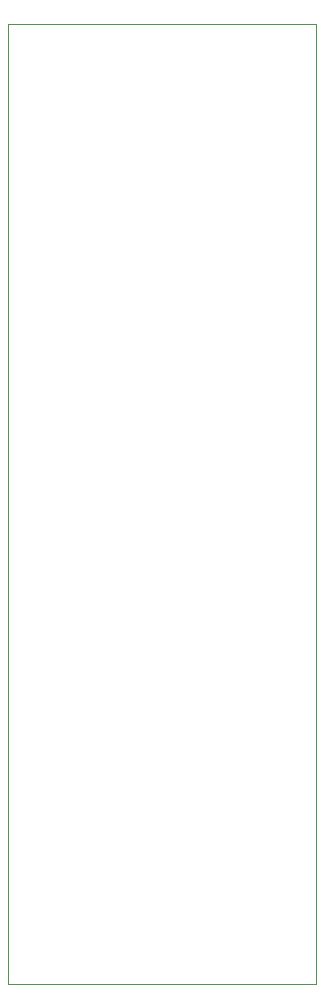
<source format=gbr>
%TF.GenerationSoftware,KiCad,Pcbnew,(5.1.7)-1*%
%TF.CreationDate,2020-11-01T14:15:20+00:00*%
%TF.ProjectId,PLCC44-EPROM-Adapter,504c4343-3434-42d4-9550-524f4d2d4164,rev?*%
%TF.SameCoordinates,Original*%
%TF.FileFunction,Profile,NP*%
%FSLAX46Y46*%
G04 Gerber Fmt 4.6, Leading zero omitted, Abs format (unit mm)*
G04 Created by KiCad (PCBNEW (5.1.7)-1) date 2020-11-01 14:15:20*
%MOMM*%
%LPD*%
G01*
G04 APERTURE LIST*
%TA.AperFunction,Profile*%
%ADD10C,0.050000*%
%TD*%
G04 APERTURE END LIST*
D10*
X105410000Y-160020000D02*
X79375000Y-160020000D01*
X105410000Y-78740000D02*
X105410000Y-160020000D01*
X79375000Y-78740000D02*
X105410000Y-78740000D01*
X79375000Y-160020000D02*
X79375000Y-78740000D01*
M02*

</source>
